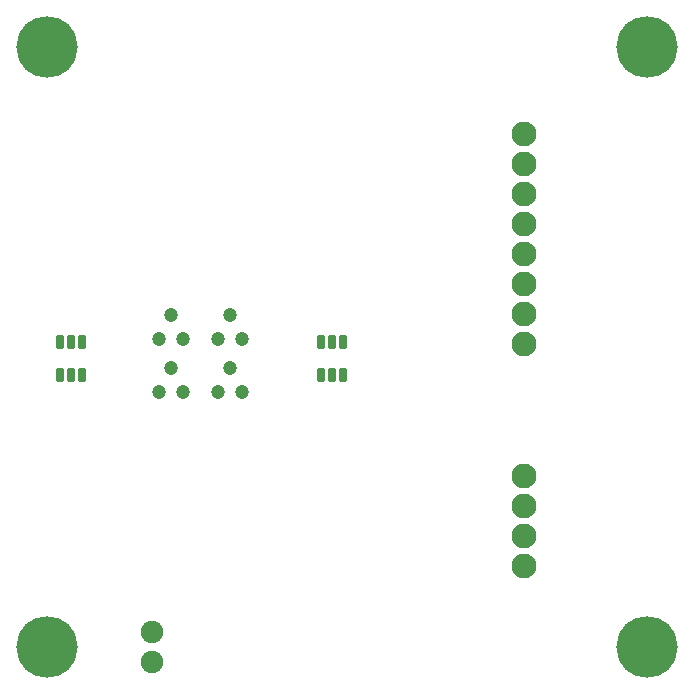
<source format=gts>
G04 Layer: TopSolderMaskLayer*
G04 EasyEDA v6.5.32, 2023-07-25 14:04:49*
G04 8272ca0991b848eeaebf2c144ff7441f,5a6b42c53f6a479593ecc07194224c93,10*
G04 Gerber Generator version 0.2*
G04 Scale: 100 percent, Rotated: No, Reflected: No *
G04 Dimensions in millimeters *
G04 leading zeros omitted , absolute positions ,4 integer and 5 decimal *
%FSLAX45Y45*%
%MOMM*%

%AMMACRO1*1,1,$1,$2,$3*1,1,$1,$4,$5*1,1,$1,0-$2,0-$3*1,1,$1,0-$4,0-$5*20,1,$1,$2,$3,$4,$5,0*20,1,$1,$4,$5,0-$2,0-$3,0*20,1,$1,0-$2,0-$3,0-$4,0-$5,0*20,1,$1,0-$4,0-$5,$2,$3,0*4,1,4,$2,$3,$4,$5,0-$2,0-$3,0-$4,0-$5,$2,$3,0*%
%ADD10MACRO1,0.1016X-0.275X-0.5X-0.275X0.5*%
%ADD11C,5.2032*%
%ADD12C,2.1016*%
%ADD13C,1.2032*%
%ADD14C,1.9016*%

%LPD*%
D10*
G01*
X2698988Y2959399D03*
G01*
X2793986Y2959399D03*
G01*
X2888983Y2959399D03*
G01*
X2888983Y2679386D03*
G01*
X2793986Y2679386D03*
G01*
X2698988Y2679386D03*
G01*
X489191Y2959399D03*
G01*
X584187Y2959399D03*
G01*
X679183Y2959399D03*
G01*
X679183Y2679386D03*
G01*
X584187Y2679386D03*
G01*
X489191Y2679386D03*
D11*
G01*
X381000Y5461000D03*
G01*
X5461000Y5461000D03*
G01*
X5461000Y381000D03*
G01*
X381000Y381000D03*
D12*
G01*
X4419600Y2946400D03*
G01*
X4419600Y3200400D03*
G01*
X4419600Y3454400D03*
G01*
X4419600Y3708400D03*
G01*
X4419600Y3962400D03*
G01*
X4419600Y4216400D03*
G01*
X4419600Y4470400D03*
G01*
X4419600Y4724400D03*
G01*
X4419600Y1574800D03*
G01*
X4419600Y1320800D03*
G01*
X4419600Y1066800D03*
G01*
X4419600Y1828800D03*
D13*
G01*
X1328801Y2989986D03*
G01*
X1528800Y2989986D03*
G01*
X1428800Y3189986D03*
G01*
X1828800Y2989986D03*
G01*
X1928799Y3189986D03*
G01*
X2028799Y2989986D03*
G01*
X1328801Y2540000D03*
G01*
X1428800Y2739999D03*
G01*
X1528800Y2540000D03*
G01*
X2028799Y2540000D03*
G01*
X1928799Y2739999D03*
G01*
X1828800Y2540000D03*
D14*
G01*
X1270000Y508000D03*
G01*
X1270000Y254000D03*
M02*

</source>
